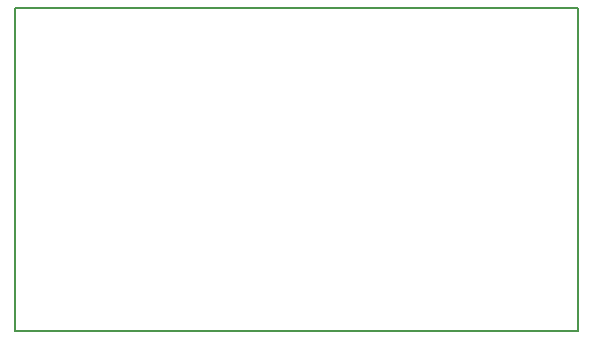
<source format=gbr>
G04 (created by PCBNEW (2013-07-07 BZR 4022)-stable) date 05/03/2014 08:07:49*
%MOIN*%
G04 Gerber Fmt 3.4, Leading zero omitted, Abs format*
%FSLAX34Y34*%
G01*
G70*
G90*
G04 APERTURE LIST*
%ADD10C,0.00590551*%
G04 APERTURE END LIST*
G54D10*
X88200Y-70500D02*
X88200Y-59750D01*
X88200Y-59750D02*
X69450Y-59750D01*
X69450Y-70500D02*
X88200Y-70500D01*
X69450Y-59750D02*
X69450Y-70500D01*
M02*

</source>
